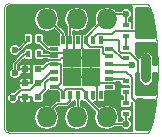
<source format=gbl>
G04 #@! TF.FileFunction,Copper,L2,Bot,Signal*
%FSLAX46Y46*%
G04 Gerber Fmt 4.6, Leading zero omitted, Abs format (unit mm)*
G04 Created by KiCad (PCBNEW 4.0.7) date Fri Feb  2 17:45:02 2018*
%MOMM*%
%LPD*%
G01*
G04 APERTURE LIST*
%ADD10C,0.350000*%
%ADD11C,0.050000*%
%ADD12R,1.727200X2.032000*%
%ADD13O,1.727200X1.727200*%
%ADD14R,0.600000X0.400000*%
%ADD15R,0.600000X0.500000*%
%ADD16R,0.400000X0.600000*%
%ADD17R,0.750000X0.300000*%
%ADD18R,0.300000X0.750000*%
%ADD19R,1.600000X1.600000*%
%ADD20C,0.600000*%
%ADD21C,0.127000*%
%ADD22C,0.254000*%
%ADD23C,0.300000*%
%ADD24O,0.799999X2.499999*%
G04 APERTURE END LIST*
D10*
D11*
X17450000Y-18000000D02*
G75*
G03X17000000Y-18470000I10000J-460000D01*
G01*
X17000000Y-28550000D02*
G75*
G03X17470000Y-29000000I460000J10000D01*
G01*
X17000000Y-18480000D02*
X17000000Y-28530000D01*
X29000000Y-18000000D02*
X17460000Y-18000000D01*
X17460000Y-29000000D02*
X29000000Y-29000000D01*
X30000000Y-23500000D02*
X30000000Y-23370000D01*
X30000000Y-23370000D02*
X30000000Y-23230000D01*
X30000000Y-23230000D02*
X30000000Y-23100000D01*
X30000000Y-23100000D02*
X30000000Y-22960000D01*
X30000000Y-22960000D02*
X29990000Y-22830000D01*
X29990000Y-22830000D02*
X29990000Y-22690000D01*
X29990000Y-22690000D02*
X29990000Y-22560000D01*
X29990000Y-22560000D02*
X29980000Y-22430000D01*
X29980000Y-22430000D02*
X29980000Y-22290000D01*
X29980000Y-22290000D02*
X29970000Y-22160000D01*
X29970000Y-22160000D02*
X29960000Y-22030000D01*
X29960000Y-22030000D02*
X29960000Y-21900000D01*
X29960000Y-21900000D02*
X29950000Y-21770000D01*
X29950000Y-21770000D02*
X29940000Y-21650000D01*
X29940000Y-21650000D02*
X29930000Y-21520000D01*
X29930000Y-21520000D02*
X29920000Y-21400000D01*
X29920000Y-21400000D02*
X29910000Y-21270000D01*
X29910000Y-21270000D02*
X29900000Y-21150000D01*
X29900000Y-21150000D02*
X29890000Y-21030000D01*
X29890000Y-21030000D02*
X29880000Y-20910000D01*
X29880000Y-20910000D02*
X29870000Y-20790000D01*
X29870000Y-20790000D02*
X29860000Y-20670000D01*
X29860000Y-20670000D02*
X29840000Y-20560000D01*
X29840000Y-20560000D02*
X29830000Y-20440000D01*
X29830000Y-20440000D02*
X29820000Y-20330000D01*
X29820000Y-20330000D02*
X29800000Y-20220000D01*
X29800000Y-20220000D02*
X29790000Y-20120000D01*
X29790000Y-20120000D02*
X29770000Y-20010000D01*
X29770000Y-20010000D02*
X29760000Y-19910000D01*
X29760000Y-19910000D02*
X29740000Y-19810000D01*
X29740000Y-19810000D02*
X29720000Y-19710000D01*
X29720000Y-19710000D02*
X29710000Y-19610000D01*
X29710000Y-19610000D02*
X29690000Y-19520000D01*
X29690000Y-19520000D02*
X29670000Y-19420000D01*
X29670000Y-19420000D02*
X29650000Y-19340000D01*
X29650000Y-19340000D02*
X29630000Y-19250000D01*
X29630000Y-19250000D02*
X29620000Y-19160000D01*
X29620000Y-19160000D02*
X29600000Y-19080000D01*
X29600000Y-19080000D02*
X29580000Y-19000000D01*
X29580000Y-19000000D02*
X29560000Y-18930000D01*
X29560000Y-18930000D02*
X29530000Y-18850000D01*
X29530000Y-18850000D02*
X29510000Y-18780000D01*
X29510000Y-18780000D02*
X29490000Y-18710000D01*
X29490000Y-18710000D02*
X29470000Y-18650000D01*
X29470000Y-18650000D02*
X29450000Y-18590000D01*
X29450000Y-18590000D02*
X29430000Y-18530000D01*
X29430000Y-18530000D02*
X29410000Y-18470000D01*
X29410000Y-18470000D02*
X29380000Y-18420000D01*
X29380000Y-18420000D02*
X29360000Y-18370000D01*
X29360000Y-18370000D02*
X29340000Y-18320000D01*
X29340000Y-18320000D02*
X29310000Y-18280000D01*
X29310000Y-18280000D02*
X29290000Y-18240000D01*
X29290000Y-18240000D02*
X29270000Y-18200000D01*
X29270000Y-18200000D02*
X29240000Y-18160000D01*
X29240000Y-18160000D02*
X29220000Y-18130000D01*
X29220000Y-18130000D02*
X29200000Y-18110000D01*
X29200000Y-18110000D02*
X29170000Y-18080000D01*
X29170000Y-18080000D02*
X29150000Y-18060000D01*
X29150000Y-18060000D02*
X29120000Y-18040000D01*
X29120000Y-18040000D02*
X29100000Y-18030000D01*
X29100000Y-18030000D02*
X29070000Y-18010000D01*
X29070000Y-18010000D02*
X29050000Y-18010000D01*
X29050000Y-18010000D02*
X29020000Y-18000000D01*
X29020000Y-18000000D02*
X29000000Y-18000000D01*
X29000000Y-29000000D02*
X29020000Y-29000000D01*
X29020000Y-29000000D02*
X29050000Y-28990000D01*
X29050000Y-28990000D02*
X29070000Y-28990000D01*
X29070000Y-28990000D02*
X29100000Y-28970000D01*
X29100000Y-28970000D02*
X29120000Y-28960000D01*
X29120000Y-28960000D02*
X29150000Y-28940000D01*
X29150000Y-28940000D02*
X29170000Y-28920000D01*
X29170000Y-28920000D02*
X29200000Y-28890000D01*
X29200000Y-28890000D02*
X29220000Y-28870000D01*
X29220000Y-28870000D02*
X29240000Y-28840000D01*
X29240000Y-28840000D02*
X29270000Y-28800000D01*
X29270000Y-28800000D02*
X29290000Y-28760000D01*
X29290000Y-28760000D02*
X29310000Y-28720000D01*
X29310000Y-28720000D02*
X29340000Y-28680000D01*
X29340000Y-28680000D02*
X29360000Y-28630000D01*
X29360000Y-28630000D02*
X29380000Y-28580000D01*
X29380000Y-28580000D02*
X29410000Y-28530000D01*
X29410000Y-28530000D02*
X29430000Y-28470000D01*
X29430000Y-28470000D02*
X29450000Y-28410000D01*
X29450000Y-28410000D02*
X29470000Y-28350000D01*
X29470000Y-28350000D02*
X29490000Y-28290000D01*
X29490000Y-28290000D02*
X29510000Y-28220000D01*
X29510000Y-28220000D02*
X29530000Y-28150000D01*
X29530000Y-28150000D02*
X29560000Y-28070000D01*
X29560000Y-28070000D02*
X29580000Y-28000000D01*
X29580000Y-28000000D02*
X29600000Y-27920000D01*
X29600000Y-27920000D02*
X29620000Y-27840000D01*
X29620000Y-27840000D02*
X29630000Y-27750000D01*
X29630000Y-27750000D02*
X29650000Y-27660000D01*
X29650000Y-27660000D02*
X29670000Y-27580000D01*
X29670000Y-27580000D02*
X29690000Y-27480000D01*
X29690000Y-27480000D02*
X29710000Y-27390000D01*
X29710000Y-27390000D02*
X29720000Y-27290000D01*
X29720000Y-27290000D02*
X29740000Y-27190000D01*
X29740000Y-27190000D02*
X29760000Y-27090000D01*
X29760000Y-27090000D02*
X29770000Y-26990000D01*
X29770000Y-26990000D02*
X29790000Y-26880000D01*
X29790000Y-26880000D02*
X29800000Y-26780000D01*
X29800000Y-26780000D02*
X29820000Y-26670000D01*
X29820000Y-26670000D02*
X29830000Y-26560000D01*
X29830000Y-26560000D02*
X29840000Y-26440000D01*
X29840000Y-26440000D02*
X29860000Y-26330000D01*
X29860000Y-26330000D02*
X29870000Y-26210000D01*
X29870000Y-26210000D02*
X29880000Y-26090000D01*
X29880000Y-26090000D02*
X29890000Y-25970000D01*
X29890000Y-25970000D02*
X29900000Y-25850000D01*
X29900000Y-25850000D02*
X29910000Y-25730000D01*
X29910000Y-25730000D02*
X29920000Y-25600000D01*
X29920000Y-25600000D02*
X29930000Y-25480000D01*
X29930000Y-25480000D02*
X29940000Y-25350000D01*
X29940000Y-25350000D02*
X29950000Y-25230000D01*
X29950000Y-25230000D02*
X29960000Y-25100000D01*
X29960000Y-25100000D02*
X29960000Y-24970000D01*
X29960000Y-24970000D02*
X29970000Y-24840000D01*
X29970000Y-24840000D02*
X29980000Y-24710000D01*
X29980000Y-24710000D02*
X29980000Y-24570000D01*
X29980000Y-24570000D02*
X29990000Y-24440000D01*
X29990000Y-24440000D02*
X29990000Y-24310000D01*
X29990000Y-24310000D02*
X29990000Y-24170000D01*
X29990000Y-24170000D02*
X30000000Y-24040000D01*
X30000000Y-24040000D02*
X30000000Y-23900000D01*
X30000000Y-23900000D02*
X30000000Y-23770000D01*
X30000000Y-23770000D02*
X30000000Y-23630000D01*
X30000000Y-23630000D02*
X30000000Y-23500000D01*
D12*
X18060000Y-27650000D03*
D13*
X20600000Y-27650000D03*
X23140000Y-27650000D03*
X25680000Y-27650000D03*
D14*
X27300000Y-25450000D03*
X27300000Y-24550000D03*
X27300000Y-20750000D03*
X27300000Y-19850000D03*
D15*
X18775000Y-25950000D03*
X19875000Y-25950000D03*
X19875000Y-23550000D03*
X18775000Y-23550000D03*
X19875000Y-24750000D03*
X18775000Y-24750000D03*
D14*
X27300000Y-26450000D03*
X27300000Y-27350000D03*
X27300000Y-22650000D03*
X27300000Y-21750000D03*
D16*
X19050000Y-22300000D03*
X19950000Y-22300000D03*
X19050000Y-21000000D03*
X19950000Y-21000000D03*
D12*
X18070000Y-19350000D03*
D13*
X20610000Y-19350000D03*
X23150000Y-19350000D03*
X25690000Y-19350000D03*
D17*
X25900000Y-21825000D03*
X25900000Y-22475000D03*
X25900000Y-23125000D03*
X25900000Y-23775000D03*
X25900000Y-24425000D03*
X25900000Y-25075000D03*
D18*
X25200000Y-25775000D03*
X24550000Y-25775000D03*
X23900000Y-25775000D03*
X23250000Y-25775000D03*
X22600000Y-25775000D03*
X21950000Y-25775000D03*
D17*
X21250000Y-25075000D03*
X21250000Y-24425000D03*
X21250000Y-23775000D03*
X21250000Y-23125000D03*
X21250000Y-22475000D03*
X21250000Y-21825000D03*
D18*
X21950000Y-21125000D03*
X22600000Y-21125000D03*
X23250000Y-21125000D03*
X23900000Y-21125000D03*
X24550000Y-21125000D03*
X25200000Y-21125000D03*
D19*
X22775000Y-24250000D03*
X22775000Y-22650000D03*
X24375000Y-24250000D03*
X24375000Y-22650000D03*
D14*
X28500000Y-20550000D03*
X28500000Y-21450000D03*
X28500000Y-25300000D03*
X28500000Y-26200000D03*
D20*
X17750010Y-21000000D03*
X21879999Y-18520000D03*
X24670000Y-18520000D03*
X27299986Y-18900000D03*
X27299992Y-28200000D03*
X17750000Y-26000000D03*
X17900000Y-21925000D03*
X17900000Y-23925000D03*
X28300000Y-21775000D03*
X27809490Y-23222085D03*
X28300000Y-26500000D03*
X28300000Y-20450000D03*
X28300000Y-25250000D03*
D21*
X17400000Y-23550000D02*
X17400000Y-24750000D01*
X17400000Y-24750000D02*
X17400000Y-25624056D01*
X18700000Y-24750000D02*
X18273000Y-24750000D01*
X18273000Y-24750000D02*
X17400000Y-24750000D01*
X18700000Y-23550000D02*
X18700000Y-24750000D01*
X22775000Y-22650000D02*
X22283799Y-22158799D01*
X22283799Y-22158799D02*
X20558799Y-22158799D01*
X20525000Y-22800000D02*
X21698000Y-22800000D01*
X21698000Y-22800000D02*
X20600000Y-22800000D01*
X22775000Y-22650000D02*
X21848000Y-22650000D01*
X21848000Y-22650000D02*
X21698000Y-22800000D01*
X23037919Y-20500000D02*
X23170000Y-20500000D01*
X22920000Y-20617919D02*
X23037919Y-20500000D01*
X22920000Y-20617919D02*
X22920000Y-22094899D01*
X22775000Y-22650000D02*
X22775000Y-22275000D01*
X22710000Y-22210000D02*
X22280000Y-22210000D01*
X22775000Y-22275000D02*
X22710000Y-22210000D01*
X22280000Y-22210000D02*
X22280000Y-20230000D01*
X22280000Y-20230000D02*
X21879999Y-19829999D01*
X21879999Y-19829999D02*
X21879999Y-18520000D01*
X17259498Y-26235442D02*
X17400000Y-26375944D01*
X17400000Y-27250000D02*
X17400000Y-28500000D01*
X17259498Y-25764558D02*
X17259498Y-26235442D01*
X17400000Y-25624056D02*
X17259498Y-25764558D01*
X17400000Y-26375944D02*
X17400000Y-27250000D01*
X17450011Y-21299999D02*
X17750010Y-21000000D01*
X17400000Y-21350010D02*
X17450011Y-21299999D01*
X17400000Y-23550000D02*
X17400000Y-21350010D01*
X22915101Y-22094899D02*
X22775000Y-22235000D01*
X22775000Y-22235000D02*
X22775000Y-22650000D01*
X24375000Y-22650000D02*
X24375000Y-22545000D01*
X24375000Y-22545000D02*
X23580000Y-21750000D01*
X23580000Y-21750000D02*
X23580000Y-20570000D01*
X23580000Y-20570000D02*
X24661299Y-19488701D01*
X24661299Y-19488701D02*
X24661299Y-18528701D01*
X24661299Y-18528701D02*
X24670000Y-18520000D01*
X26550000Y-24902818D02*
X26407081Y-24759899D01*
X26407081Y-24759899D02*
X24884899Y-24759899D01*
X24884899Y-24759899D02*
X24375000Y-24250000D01*
X26550000Y-25460000D02*
X26550000Y-24902818D01*
X24375000Y-24595000D02*
X24870000Y-25090000D01*
X24375000Y-24250000D02*
X24375000Y-24595000D01*
X22775000Y-22650000D02*
X24375000Y-22650000D01*
X22775000Y-22650000D02*
X22775000Y-22365000D01*
X20242902Y-26400000D02*
X20600000Y-26042902D01*
X19057600Y-26400000D02*
X20242902Y-26400000D01*
X17960000Y-27650000D02*
X17960000Y-27497600D01*
X17960000Y-27497600D02*
X19057600Y-26400000D01*
X18700000Y-25950000D02*
X18700000Y-27160000D01*
X18700000Y-27160000D02*
X17960000Y-27900000D01*
X24870000Y-25090000D02*
X24870000Y-26350000D01*
X24870000Y-26350000D02*
X24950000Y-26430000D01*
X25580000Y-26430000D02*
X26550000Y-25460000D01*
X24950000Y-26430000D02*
X25580000Y-26430000D01*
X21250000Y-25075000D02*
X21475000Y-25075000D01*
X21475000Y-25075000D02*
X21800000Y-24750000D01*
X21800000Y-24750000D02*
X21800000Y-23198400D01*
X21800000Y-23198400D02*
X21726600Y-23125000D01*
X21726600Y-23125000D02*
X21250000Y-23125000D01*
X21250000Y-25075000D02*
X21495000Y-25075000D01*
X25300000Y-19500000D02*
X25900000Y-18900000D01*
X25900000Y-18900000D02*
X27299986Y-18900000D01*
X27300000Y-19850000D02*
X27300000Y-18900014D01*
X23900000Y-21125000D02*
X23900000Y-20900000D01*
X23900000Y-20900000D02*
X25300000Y-19500000D01*
X27300000Y-18900014D02*
X27299986Y-18900000D01*
X26100000Y-28200000D02*
X26875728Y-28200000D01*
X23900000Y-26000000D02*
X26100000Y-28200000D01*
X26875728Y-28200000D02*
X27299992Y-28200000D01*
X23900000Y-25775000D02*
X23900000Y-26000000D01*
X27300000Y-27350000D02*
X27300000Y-28199992D01*
X27300000Y-28199992D02*
X27299992Y-28200000D01*
X25359899Y-22159899D02*
X25675000Y-22475000D01*
X19800000Y-23550000D02*
X20250000Y-23550000D01*
X20250000Y-23550000D02*
X20675000Y-23125000D01*
X20675000Y-23125000D02*
X20773400Y-23125000D01*
X20773400Y-23125000D02*
X21250000Y-23125000D01*
X23900000Y-25898400D02*
X23900000Y-25775000D01*
X21950000Y-26000000D02*
X21950000Y-25775000D01*
X21950000Y-25775000D02*
X21950000Y-25525000D01*
X21950000Y-25525000D02*
X21500000Y-25075000D01*
X21500000Y-25075000D02*
X21250000Y-25075000D01*
X23900000Y-25550000D02*
X23900000Y-25775000D01*
X23900000Y-21125000D02*
X23900000Y-21350000D01*
X23900000Y-21350000D02*
X24234899Y-21684899D01*
X24234899Y-21684899D02*
X25307081Y-21684899D01*
X25307081Y-21684899D02*
X25359899Y-21737717D01*
X25359899Y-21737717D02*
X25359899Y-22159899D01*
X25675000Y-22475000D02*
X25900000Y-22475000D01*
X21950000Y-25550000D02*
X22275000Y-25225000D01*
X23575000Y-25225000D02*
X23900000Y-25550000D01*
X22275000Y-25225000D02*
X23575000Y-25225000D01*
X21250000Y-23775000D02*
X20975000Y-23775000D01*
X20975000Y-23775000D02*
X20000000Y-24750000D01*
X20000000Y-24750000D02*
X19800000Y-24750000D01*
X18049999Y-25700001D02*
X17750000Y-26000000D01*
X19150000Y-25350000D02*
X18400000Y-25350000D01*
X19750000Y-24750000D02*
X19150000Y-25350000D01*
X19800000Y-24750000D02*
X19750000Y-24750000D01*
X18400000Y-25350000D02*
X18049999Y-25700001D01*
X19900000Y-24900000D02*
X19850000Y-24900000D01*
X27300000Y-21750000D02*
X27300000Y-20700000D01*
X27300000Y-25450000D02*
X27300000Y-26450000D01*
X22600000Y-21125000D02*
X22600000Y-19725000D01*
X22600000Y-19725000D02*
X23075000Y-19250000D01*
X20535000Y-19250000D02*
X20650000Y-19250000D01*
X20650000Y-19250000D02*
X21950000Y-20550000D01*
X21950000Y-20550000D02*
X21950000Y-20648400D01*
X21950000Y-20648400D02*
X21950000Y-21125000D01*
X18225000Y-21925000D02*
X17900000Y-21925000D01*
X19050000Y-21100000D02*
X18225000Y-21925000D01*
X19050000Y-21000000D02*
X19050000Y-21100000D01*
X19050000Y-22300000D02*
X18725000Y-22300000D01*
X18725000Y-22300000D02*
X17900000Y-23125000D01*
X17900000Y-23125000D02*
X17900000Y-23925000D01*
X17900000Y-23123000D02*
X17900000Y-23925000D01*
X21250000Y-24425000D02*
X20825000Y-24425000D01*
X20825000Y-24425000D02*
X20500000Y-24750000D01*
X20500000Y-24750000D02*
X20500000Y-25250000D01*
X20500000Y-25250000D02*
X19800000Y-25950000D01*
X27300000Y-22650000D02*
X26950000Y-22650000D01*
X26950000Y-22650000D02*
X26125000Y-21825000D01*
X26125000Y-21825000D02*
X25900000Y-21825000D01*
X25900000Y-24425000D02*
X27175000Y-24425000D01*
X27175000Y-24425000D02*
X27300000Y-24550000D01*
X21250000Y-21825000D02*
X20675000Y-21825000D01*
X20675000Y-21825000D02*
X19950000Y-21100000D01*
X19950000Y-21100000D02*
X19950000Y-21000000D01*
X21250000Y-21825000D02*
X20925000Y-21825000D01*
X21250000Y-22475000D02*
X20125000Y-22475000D01*
X20125000Y-22475000D02*
X19950000Y-22300000D01*
X28300000Y-21700000D02*
X28300000Y-21775000D01*
X28500000Y-21500000D02*
X28300000Y-21700000D01*
X27385226Y-23222085D02*
X27809490Y-23222085D01*
X25900000Y-23100000D02*
X26022085Y-23222085D01*
X26022085Y-23222085D02*
X27385226Y-23222085D01*
X25900000Y-23775000D02*
X27350000Y-23775000D01*
X27350000Y-23775000D02*
X27790501Y-24215501D01*
X27790501Y-24215501D02*
X27790501Y-25990501D01*
X27790501Y-25990501D02*
X28000001Y-26200001D01*
X28000001Y-26200001D02*
X28300000Y-26500000D01*
X28750000Y-26500000D02*
X28724264Y-26500000D01*
X28724264Y-26500000D02*
X28300000Y-26500000D01*
X29000000Y-26250000D02*
X28750000Y-26500000D01*
X24550000Y-21125000D02*
X24550000Y-20900000D01*
X24550000Y-20900000D02*
X24890501Y-20559499D01*
X24890501Y-20559499D02*
X26165501Y-20559499D01*
X26165501Y-20559499D02*
X26425000Y-20300000D01*
X26425000Y-20300000D02*
X28125000Y-20300000D01*
X28125000Y-20300000D02*
X28275000Y-20450000D01*
X28275000Y-20450000D02*
X28300000Y-20450000D01*
X28425000Y-20575000D02*
X28300000Y-20450000D01*
X28649264Y-20575000D02*
X28425000Y-20575000D01*
X29150000Y-20500000D02*
X29075000Y-20575000D01*
X29075000Y-20575000D02*
X28649264Y-20575000D01*
X29150000Y-20600000D02*
X29125000Y-20575000D01*
X29125000Y-20575000D02*
X28649264Y-20575000D01*
X28724264Y-25250000D02*
X28300000Y-25250000D01*
X29050000Y-25250000D02*
X28724264Y-25250000D01*
X29150000Y-25350000D02*
X29050000Y-25250000D01*
X28300000Y-22850000D02*
X28300000Y-24825736D01*
X27650000Y-22200000D02*
X28300000Y-22850000D01*
X26907098Y-22200000D02*
X27650000Y-22200000D01*
X26750000Y-21200000D02*
X26750000Y-22042902D01*
X26750000Y-22042902D02*
X26907098Y-22200000D01*
X26675000Y-21125000D02*
X26750000Y-21200000D01*
X25200000Y-21125000D02*
X26675000Y-21125000D01*
X28300000Y-24825736D02*
X28300000Y-25250000D01*
X22600000Y-25775000D02*
X22600000Y-26251600D01*
X22600000Y-26251600D02*
X22319200Y-26532400D01*
X22319200Y-26532400D02*
X21465200Y-26532400D01*
X21465200Y-26532400D02*
X20500000Y-27497600D01*
X20500000Y-27497600D02*
X20500000Y-27650000D01*
X20500000Y-27802400D02*
X20500000Y-27650000D01*
X20500000Y-27747600D02*
X20500000Y-27900000D01*
X23250000Y-25775000D02*
X23250000Y-27440000D01*
X23250000Y-27440000D02*
X23040000Y-27650000D01*
X24550000Y-25775000D02*
X24550000Y-26050000D01*
G36*
X27806500Y-18250000D02*
X27806500Y-20043000D01*
X27797290Y-20043000D01*
X27797290Y-19650000D01*
X27783798Y-19578293D01*
X27741419Y-19512435D01*
X27676757Y-19468254D01*
X27600000Y-19452710D01*
X27557000Y-19452710D01*
X27557000Y-19327772D01*
X27579166Y-19318613D01*
X27718111Y-19179910D01*
X27793400Y-18998594D01*
X27793571Y-18802267D01*
X27718599Y-18620820D01*
X27579896Y-18481875D01*
X27398580Y-18406586D01*
X27202253Y-18406415D01*
X27020806Y-18481387D01*
X26881861Y-18620090D01*
X26872348Y-18643000D01*
X26478371Y-18643000D01*
X26437483Y-18581807D01*
X26094535Y-18352657D01*
X25690000Y-18272190D01*
X25285465Y-18352657D01*
X24942517Y-18581807D01*
X24713367Y-18924755D01*
X24632900Y-19329290D01*
X24632900Y-19370710D01*
X24704729Y-19731819D01*
X23883838Y-20552710D01*
X23750000Y-20552710D01*
X23678293Y-20566202D01*
X23612435Y-20608581D01*
X23574585Y-20663976D01*
X23541419Y-20612435D01*
X23476757Y-20568254D01*
X23400000Y-20552710D01*
X23100000Y-20552710D01*
X23028293Y-20566202D01*
X22962435Y-20608581D01*
X22924585Y-20663976D01*
X22891419Y-20612435D01*
X22857000Y-20588918D01*
X22857000Y-20369529D01*
X23150000Y-20427810D01*
X23554535Y-20347343D01*
X23897483Y-20118193D01*
X24126633Y-19775245D01*
X24207100Y-19370710D01*
X24207100Y-19329290D01*
X24126633Y-18924755D01*
X23897483Y-18581807D01*
X23554535Y-18352657D01*
X23150000Y-18272190D01*
X22745465Y-18352657D01*
X22402517Y-18581807D01*
X22173367Y-18924755D01*
X22092900Y-19329290D01*
X22092900Y-19370710D01*
X22173367Y-19775245D01*
X22343000Y-20029119D01*
X22343000Y-20588913D01*
X22312435Y-20608581D01*
X22274585Y-20663976D01*
X22241419Y-20612435D01*
X22207000Y-20588918D01*
X22207000Y-20550000D01*
X22206549Y-20547733D01*
X22187438Y-20451651D01*
X22131727Y-20368274D01*
X21567433Y-19803980D01*
X21586633Y-19775245D01*
X21667100Y-19370710D01*
X21667100Y-19329290D01*
X21586633Y-18924755D01*
X21357483Y-18581807D01*
X21014535Y-18352657D01*
X20610000Y-18272190D01*
X20205465Y-18352657D01*
X19862517Y-18581807D01*
X19633367Y-18924755D01*
X19552900Y-19329290D01*
X19552900Y-19370710D01*
X19633367Y-19775245D01*
X19862517Y-20118193D01*
X20205465Y-20347343D01*
X20610000Y-20427810D01*
X21014535Y-20347343D01*
X21235948Y-20199400D01*
X21655410Y-20618863D01*
X21618254Y-20673243D01*
X21602710Y-20750000D01*
X21602710Y-21477710D01*
X20875000Y-21477710D01*
X20803293Y-21491202D01*
X20743276Y-21529823D01*
X20347290Y-21133838D01*
X20347290Y-20700000D01*
X20333798Y-20628293D01*
X20291419Y-20562435D01*
X20226757Y-20518254D01*
X20150000Y-20502710D01*
X19750000Y-20502710D01*
X19678293Y-20516202D01*
X19612435Y-20558581D01*
X19568254Y-20623243D01*
X19552710Y-20700000D01*
X19552710Y-21300000D01*
X19566202Y-21371707D01*
X19608581Y-21437565D01*
X19673243Y-21481746D01*
X19750000Y-21497290D01*
X19983838Y-21497290D01*
X20493274Y-22006727D01*
X20543255Y-22040122D01*
X20576650Y-22062437D01*
X20675000Y-22082000D01*
X20713913Y-22082000D01*
X20733581Y-22112565D01*
X20788976Y-22150415D01*
X20737435Y-22183581D01*
X20713918Y-22218000D01*
X20347290Y-22218000D01*
X20347290Y-22000000D01*
X20333798Y-21928293D01*
X20291419Y-21862435D01*
X20226757Y-21818254D01*
X20150000Y-21802710D01*
X19750000Y-21802710D01*
X19678293Y-21816202D01*
X19612435Y-21858581D01*
X19568254Y-21923243D01*
X19552710Y-22000000D01*
X19552710Y-22600000D01*
X19566202Y-22671707D01*
X19608581Y-22737565D01*
X19673243Y-22781746D01*
X19750000Y-22797290D01*
X20150000Y-22797290D01*
X20221707Y-22783798D01*
X20287565Y-22741419D01*
X20294001Y-22732000D01*
X20713913Y-22732000D01*
X20733581Y-22762565D01*
X20788976Y-22800415D01*
X20737435Y-22833581D01*
X20713918Y-22868000D01*
X20675000Y-22868000D01*
X20576650Y-22887563D01*
X20547561Y-22907000D01*
X20493274Y-22943273D01*
X20323123Y-23113425D01*
X20229538Y-23113754D01*
X20175000Y-23102710D01*
X19575000Y-23102710D01*
X19503293Y-23116202D01*
X19503122Y-23116312D01*
X19449776Y-23116500D01*
X19426920Y-23120843D01*
X19405723Y-23134483D01*
X19391503Y-23155295D01*
X19386500Y-23180000D01*
X19386500Y-23256595D01*
X19377710Y-23300000D01*
X19377710Y-23800000D01*
X19386500Y-23846717D01*
X19386500Y-24456595D01*
X19377710Y-24500000D01*
X19377710Y-24758837D01*
X19375047Y-24761500D01*
X19228875Y-24761500D01*
X19217875Y-24750500D01*
X18775500Y-24750500D01*
X18775500Y-24770500D01*
X18774500Y-24770500D01*
X18774500Y-24750500D01*
X18332125Y-24750500D01*
X18284500Y-24798125D01*
X18284500Y-25037893D01*
X18313502Y-25107909D01*
X18315417Y-25109824D01*
X18301650Y-25112563D01*
X18259962Y-25140418D01*
X18218273Y-25168274D01*
X17870758Y-25515790D01*
X17848594Y-25506586D01*
X17652267Y-25506415D01*
X17470820Y-25581387D01*
X17331875Y-25720090D01*
X17256586Y-25901406D01*
X17256415Y-26097733D01*
X17331387Y-26279180D01*
X17470090Y-26418125D01*
X17651406Y-26493414D01*
X17847733Y-26493585D01*
X18029180Y-26418613D01*
X18168125Y-26279910D01*
X18243414Y-26098594D01*
X18243501Y-25998125D01*
X18284500Y-25998125D01*
X18284500Y-26237893D01*
X18313502Y-26307909D01*
X18367090Y-26361498D01*
X18437107Y-26390500D01*
X18726875Y-26390500D01*
X18774500Y-26342875D01*
X18774500Y-25950500D01*
X18775500Y-25950500D01*
X18775500Y-26342875D01*
X18823125Y-26390500D01*
X19112893Y-26390500D01*
X19182910Y-26361498D01*
X19236498Y-26307909D01*
X19265500Y-26237893D01*
X19265500Y-25998125D01*
X19217875Y-25950500D01*
X18775500Y-25950500D01*
X18774500Y-25950500D01*
X18332125Y-25950500D01*
X18284500Y-25998125D01*
X18243501Y-25998125D01*
X18243585Y-25902267D01*
X18234112Y-25879340D01*
X18284500Y-25828952D01*
X18284500Y-25901875D01*
X18332125Y-25949500D01*
X18774500Y-25949500D01*
X18774500Y-25929500D01*
X18775500Y-25929500D01*
X18775500Y-25949500D01*
X19217875Y-25949500D01*
X19223875Y-25943500D01*
X19377710Y-25943500D01*
X19377710Y-26200000D01*
X19391202Y-26271707D01*
X19433581Y-26337565D01*
X19498243Y-26381746D01*
X19575000Y-26397290D01*
X20175000Y-26397290D01*
X20246707Y-26383798D01*
X20312565Y-26341419D01*
X20356746Y-26276757D01*
X20372290Y-26200000D01*
X20372290Y-25741163D01*
X20681726Y-25431727D01*
X20730813Y-25358263D01*
X20733581Y-25362565D01*
X20798243Y-25406746D01*
X20875000Y-25422290D01*
X21483838Y-25422290D01*
X21602710Y-25541163D01*
X21602710Y-26150000D01*
X21616202Y-26221707D01*
X21650753Y-26275400D01*
X21465200Y-26275400D01*
X21366850Y-26294963D01*
X21303093Y-26337565D01*
X21283474Y-26350674D01*
X20985314Y-26648834D01*
X20600000Y-26572190D01*
X20195465Y-26652657D01*
X19852517Y-26881807D01*
X19623367Y-27224755D01*
X19542900Y-27629290D01*
X19542900Y-27670710D01*
X19623367Y-28075245D01*
X19852517Y-28418193D01*
X20195465Y-28647343D01*
X20600000Y-28727810D01*
X21004535Y-28647343D01*
X21347483Y-28418193D01*
X21576633Y-28075245D01*
X21657100Y-27670710D01*
X21657100Y-27629290D01*
X21576633Y-27224755D01*
X21400259Y-26960793D01*
X21571652Y-26789400D01*
X22319200Y-26789400D01*
X22417550Y-26769837D01*
X22500926Y-26714126D01*
X22781726Y-26433327D01*
X22821743Y-26373437D01*
X22837437Y-26349950D01*
X22843430Y-26319819D01*
X22887565Y-26291419D01*
X22925415Y-26236024D01*
X22958581Y-26287565D01*
X22993000Y-26311082D01*
X22993000Y-26601430D01*
X22735465Y-26652657D01*
X22392517Y-26881807D01*
X22163367Y-27224755D01*
X22082900Y-27629290D01*
X22082900Y-27670710D01*
X22163367Y-28075245D01*
X22392517Y-28418193D01*
X22735465Y-28647343D01*
X23140000Y-28727810D01*
X23544535Y-28647343D01*
X23887483Y-28418193D01*
X24116633Y-28075245D01*
X24197100Y-27670710D01*
X24197100Y-27629290D01*
X24116633Y-27224755D01*
X23887483Y-26881807D01*
X23544535Y-26652657D01*
X23507000Y-26645191D01*
X23507000Y-26311087D01*
X23537565Y-26291419D01*
X23575415Y-26236024D01*
X23608581Y-26287565D01*
X23673243Y-26331746D01*
X23750000Y-26347290D01*
X23883838Y-26347290D01*
X24726573Y-27190025D01*
X24703367Y-27224755D01*
X24622900Y-27629290D01*
X24622900Y-27670710D01*
X24703367Y-28075245D01*
X24932517Y-28418193D01*
X25275465Y-28647343D01*
X25680000Y-28727810D01*
X26084535Y-28647343D01*
X26369404Y-28457000D01*
X26872214Y-28457000D01*
X26881379Y-28479180D01*
X27020082Y-28618125D01*
X27201398Y-28693414D01*
X27397725Y-28693585D01*
X27579172Y-28618613D01*
X27718117Y-28479910D01*
X27793406Y-28298594D01*
X27793577Y-28102267D01*
X27718605Y-27920820D01*
X27579902Y-27781875D01*
X27557000Y-27772365D01*
X27557000Y-27747290D01*
X27600000Y-27747290D01*
X27671707Y-27733798D01*
X27737565Y-27691419D01*
X27781746Y-27626757D01*
X27797290Y-27550000D01*
X27797290Y-27150000D01*
X27783798Y-27078293D01*
X27741419Y-27012435D01*
X27676757Y-26968254D01*
X27600000Y-26952710D01*
X27000000Y-26952710D01*
X26928293Y-26966202D01*
X26862435Y-27008581D01*
X26818254Y-27073243D01*
X26802710Y-27150000D01*
X26802710Y-27550000D01*
X26816202Y-27621707D01*
X26858581Y-27687565D01*
X26923243Y-27731746D01*
X27000000Y-27747290D01*
X27043000Y-27747290D01*
X27043000Y-27772219D01*
X27020812Y-27781387D01*
X26881867Y-27920090D01*
X26872354Y-27943000D01*
X26682938Y-27943000D01*
X26737100Y-27670710D01*
X26737100Y-27629290D01*
X26656633Y-27224755D01*
X26427483Y-26881807D01*
X26084535Y-26652657D01*
X25680000Y-26572190D01*
X25275465Y-26652657D01*
X25060047Y-26796594D01*
X24610742Y-26347290D01*
X24700000Y-26347290D01*
X24771707Y-26333798D01*
X24837565Y-26291419D01*
X24875415Y-26236024D01*
X24908581Y-26287565D01*
X24973243Y-26331746D01*
X25050000Y-26347290D01*
X25350000Y-26347290D01*
X25421707Y-26333798D01*
X25487565Y-26291419D01*
X25531746Y-26226757D01*
X25547290Y-26150000D01*
X25547290Y-25422290D01*
X26275000Y-25422290D01*
X26346707Y-25408798D01*
X26412565Y-25366419D01*
X26456746Y-25301757D01*
X26472290Y-25225000D01*
X26472290Y-24925000D01*
X26458798Y-24853293D01*
X26416419Y-24787435D01*
X26361024Y-24749585D01*
X26412565Y-24716419D01*
X26436082Y-24682000D01*
X26802710Y-24682000D01*
X26802710Y-24750000D01*
X26816202Y-24821707D01*
X26858581Y-24887565D01*
X26923243Y-24931746D01*
X27000000Y-24947290D01*
X27533501Y-24947290D01*
X27533501Y-25052710D01*
X27000000Y-25052710D01*
X26928293Y-25066202D01*
X26862435Y-25108581D01*
X26818254Y-25173243D01*
X26802710Y-25250000D01*
X26802710Y-25650000D01*
X26816202Y-25721707D01*
X26858581Y-25787565D01*
X26923243Y-25831746D01*
X27000000Y-25847290D01*
X27043000Y-25847290D01*
X27043000Y-26052710D01*
X27000000Y-26052710D01*
X26928293Y-26066202D01*
X26862435Y-26108581D01*
X26818254Y-26173243D01*
X26802710Y-26250000D01*
X26802710Y-26650000D01*
X26816202Y-26721707D01*
X26858581Y-26787565D01*
X26923243Y-26831746D01*
X27000000Y-26847290D01*
X27600000Y-26847290D01*
X27671707Y-26833798D01*
X27737565Y-26791419D01*
X27781746Y-26726757D01*
X27797290Y-26650000D01*
X27797290Y-26360743D01*
X27806500Y-26369953D01*
X27806500Y-26500000D01*
X27806415Y-26597733D01*
X27806500Y-26597939D01*
X27806500Y-28750000D01*
X27812427Y-28781500D01*
X17489123Y-28781500D01*
X17373965Y-28761185D01*
X17295872Y-28711425D01*
X17242763Y-28635564D01*
X17218500Y-28526078D01*
X17218500Y-24462107D01*
X18284500Y-24462107D01*
X18284500Y-24701875D01*
X18332125Y-24749500D01*
X18774500Y-24749500D01*
X18774500Y-24357125D01*
X18775500Y-24357125D01*
X18775500Y-24749500D01*
X19217875Y-24749500D01*
X19265500Y-24701875D01*
X19265500Y-24462107D01*
X19236498Y-24392091D01*
X19182910Y-24338502D01*
X19112893Y-24309500D01*
X18823125Y-24309500D01*
X18775500Y-24357125D01*
X18774500Y-24357125D01*
X18726875Y-24309500D01*
X18437107Y-24309500D01*
X18367090Y-24338502D01*
X18313502Y-24392091D01*
X18284500Y-24462107D01*
X17218500Y-24462107D01*
X17218500Y-24022733D01*
X17406415Y-24022733D01*
X17481387Y-24204180D01*
X17620090Y-24343125D01*
X17801406Y-24418414D01*
X17997733Y-24418585D01*
X18179180Y-24343613D01*
X18318125Y-24204910D01*
X18393414Y-24023594D01*
X18393459Y-23972420D01*
X18437107Y-23990500D01*
X18726875Y-23990500D01*
X18774500Y-23942875D01*
X18774500Y-23550500D01*
X18775500Y-23550500D01*
X18775500Y-23942875D01*
X18823125Y-23990500D01*
X19112893Y-23990500D01*
X19182910Y-23961498D01*
X19236498Y-23907909D01*
X19265500Y-23837893D01*
X19265500Y-23598125D01*
X19217875Y-23550500D01*
X18775500Y-23550500D01*
X18774500Y-23550500D01*
X18332125Y-23550500D01*
X18284500Y-23598125D01*
X18284500Y-23611647D01*
X18179910Y-23506875D01*
X18157000Y-23497362D01*
X18157000Y-23262107D01*
X18284500Y-23262107D01*
X18284500Y-23501875D01*
X18332125Y-23549500D01*
X18774500Y-23549500D01*
X18774500Y-23157125D01*
X18775500Y-23157125D01*
X18775500Y-23549500D01*
X19217875Y-23549500D01*
X19265500Y-23501875D01*
X19265500Y-23262107D01*
X19236498Y-23192091D01*
X19182910Y-23138502D01*
X19112893Y-23109500D01*
X18823125Y-23109500D01*
X18775500Y-23157125D01*
X18774500Y-23157125D01*
X18726875Y-23109500D01*
X18437107Y-23109500D01*
X18367090Y-23138502D01*
X18313502Y-23192091D01*
X18284500Y-23262107D01*
X18157000Y-23262107D01*
X18157000Y-23231452D01*
X18685992Y-22702461D01*
X18708581Y-22737565D01*
X18773243Y-22781746D01*
X18850000Y-22797290D01*
X19250000Y-22797290D01*
X19321707Y-22783798D01*
X19387565Y-22741419D01*
X19431746Y-22676757D01*
X19447290Y-22600000D01*
X19447290Y-22000000D01*
X19433798Y-21928293D01*
X19391419Y-21862435D01*
X19326757Y-21818254D01*
X19250000Y-21802710D01*
X18850000Y-21802710D01*
X18778293Y-21816202D01*
X18712435Y-21858581D01*
X18668254Y-21923243D01*
X18652710Y-22000000D01*
X18652710Y-22057379D01*
X18626650Y-22062563D01*
X18588384Y-22088132D01*
X18543273Y-22118274D01*
X17724302Y-22937246D01*
X17718274Y-22941274D01*
X17662563Y-23024650D01*
X17643000Y-23123000D01*
X17643000Y-23497222D01*
X17620820Y-23506387D01*
X17481875Y-23645090D01*
X17406586Y-23826406D01*
X17406415Y-24022733D01*
X17218500Y-24022733D01*
X17218500Y-22022733D01*
X17406415Y-22022733D01*
X17481387Y-22204180D01*
X17620090Y-22343125D01*
X17801406Y-22418414D01*
X17997733Y-22418585D01*
X18179180Y-22343613D01*
X18318125Y-22204910D01*
X18340527Y-22150959D01*
X18406726Y-22106726D01*
X19016163Y-21497290D01*
X19250000Y-21497290D01*
X19321707Y-21483798D01*
X19387565Y-21441419D01*
X19431746Y-21376757D01*
X19447290Y-21300000D01*
X19447290Y-20700000D01*
X19433798Y-20628293D01*
X19391419Y-20562435D01*
X19326757Y-20518254D01*
X19250000Y-20502710D01*
X18850000Y-20502710D01*
X18778293Y-20516202D01*
X18712435Y-20558581D01*
X18668254Y-20623243D01*
X18652710Y-20700000D01*
X18652710Y-21133837D01*
X18229748Y-21556800D01*
X18179910Y-21506875D01*
X17998594Y-21431586D01*
X17802267Y-21431415D01*
X17620820Y-21506387D01*
X17481875Y-21645090D01*
X17406586Y-21826406D01*
X17406415Y-22022733D01*
X17218500Y-22022733D01*
X17218500Y-18489123D01*
X17238815Y-18373965D01*
X17288577Y-18295870D01*
X17364432Y-18242764D01*
X17473922Y-18218500D01*
X27812879Y-18218500D01*
X27806500Y-18250000D01*
X27806500Y-18250000D01*
G37*
X27806500Y-18250000D02*
X27806500Y-20043000D01*
X27797290Y-20043000D01*
X27797290Y-19650000D01*
X27783798Y-19578293D01*
X27741419Y-19512435D01*
X27676757Y-19468254D01*
X27600000Y-19452710D01*
X27557000Y-19452710D01*
X27557000Y-19327772D01*
X27579166Y-19318613D01*
X27718111Y-19179910D01*
X27793400Y-18998594D01*
X27793571Y-18802267D01*
X27718599Y-18620820D01*
X27579896Y-18481875D01*
X27398580Y-18406586D01*
X27202253Y-18406415D01*
X27020806Y-18481387D01*
X26881861Y-18620090D01*
X26872348Y-18643000D01*
X26478371Y-18643000D01*
X26437483Y-18581807D01*
X26094535Y-18352657D01*
X25690000Y-18272190D01*
X25285465Y-18352657D01*
X24942517Y-18581807D01*
X24713367Y-18924755D01*
X24632900Y-19329290D01*
X24632900Y-19370710D01*
X24704729Y-19731819D01*
X23883838Y-20552710D01*
X23750000Y-20552710D01*
X23678293Y-20566202D01*
X23612435Y-20608581D01*
X23574585Y-20663976D01*
X23541419Y-20612435D01*
X23476757Y-20568254D01*
X23400000Y-20552710D01*
X23100000Y-20552710D01*
X23028293Y-20566202D01*
X22962435Y-20608581D01*
X22924585Y-20663976D01*
X22891419Y-20612435D01*
X22857000Y-20588918D01*
X22857000Y-20369529D01*
X23150000Y-20427810D01*
X23554535Y-20347343D01*
X23897483Y-20118193D01*
X24126633Y-19775245D01*
X24207100Y-19370710D01*
X24207100Y-19329290D01*
X24126633Y-18924755D01*
X23897483Y-18581807D01*
X23554535Y-18352657D01*
X23150000Y-18272190D01*
X22745465Y-18352657D01*
X22402517Y-18581807D01*
X22173367Y-18924755D01*
X22092900Y-19329290D01*
X22092900Y-19370710D01*
X22173367Y-19775245D01*
X22343000Y-20029119D01*
X22343000Y-20588913D01*
X22312435Y-20608581D01*
X22274585Y-20663976D01*
X22241419Y-20612435D01*
X22207000Y-20588918D01*
X22207000Y-20550000D01*
X22206549Y-20547733D01*
X22187438Y-20451651D01*
X22131727Y-20368274D01*
X21567433Y-19803980D01*
X21586633Y-19775245D01*
X21667100Y-19370710D01*
X21667100Y-19329290D01*
X21586633Y-18924755D01*
X21357483Y-18581807D01*
X21014535Y-18352657D01*
X20610000Y-18272190D01*
X20205465Y-18352657D01*
X19862517Y-18581807D01*
X19633367Y-18924755D01*
X19552900Y-19329290D01*
X19552900Y-19370710D01*
X19633367Y-19775245D01*
X19862517Y-20118193D01*
X20205465Y-20347343D01*
X20610000Y-20427810D01*
X21014535Y-20347343D01*
X21235948Y-20199400D01*
X21655410Y-20618863D01*
X21618254Y-20673243D01*
X21602710Y-20750000D01*
X21602710Y-21477710D01*
X20875000Y-21477710D01*
X20803293Y-21491202D01*
X20743276Y-21529823D01*
X20347290Y-21133838D01*
X20347290Y-20700000D01*
X20333798Y-20628293D01*
X20291419Y-20562435D01*
X20226757Y-20518254D01*
X20150000Y-20502710D01*
X19750000Y-20502710D01*
X19678293Y-20516202D01*
X19612435Y-20558581D01*
X19568254Y-20623243D01*
X19552710Y-20700000D01*
X19552710Y-21300000D01*
X19566202Y-21371707D01*
X19608581Y-21437565D01*
X19673243Y-21481746D01*
X19750000Y-21497290D01*
X19983838Y-21497290D01*
X20493274Y-22006727D01*
X20543255Y-22040122D01*
X20576650Y-22062437D01*
X20675000Y-22082000D01*
X20713913Y-22082000D01*
X20733581Y-22112565D01*
X20788976Y-22150415D01*
X20737435Y-22183581D01*
X20713918Y-22218000D01*
X20347290Y-22218000D01*
X20347290Y-22000000D01*
X20333798Y-21928293D01*
X20291419Y-21862435D01*
X20226757Y-21818254D01*
X20150000Y-21802710D01*
X19750000Y-21802710D01*
X19678293Y-21816202D01*
X19612435Y-21858581D01*
X19568254Y-21923243D01*
X19552710Y-22000000D01*
X19552710Y-22600000D01*
X19566202Y-22671707D01*
X19608581Y-22737565D01*
X19673243Y-22781746D01*
X19750000Y-22797290D01*
X20150000Y-22797290D01*
X20221707Y-22783798D01*
X20287565Y-22741419D01*
X20294001Y-22732000D01*
X20713913Y-22732000D01*
X20733581Y-22762565D01*
X20788976Y-22800415D01*
X20737435Y-22833581D01*
X20713918Y-22868000D01*
X20675000Y-22868000D01*
X20576650Y-22887563D01*
X20547561Y-22907000D01*
X20493274Y-22943273D01*
X20323123Y-23113425D01*
X20229538Y-23113754D01*
X20175000Y-23102710D01*
X19575000Y-23102710D01*
X19503293Y-23116202D01*
X19503122Y-23116312D01*
X19449776Y-23116500D01*
X19426920Y-23120843D01*
X19405723Y-23134483D01*
X19391503Y-23155295D01*
X19386500Y-23180000D01*
X19386500Y-23256595D01*
X19377710Y-23300000D01*
X19377710Y-23800000D01*
X19386500Y-23846717D01*
X19386500Y-24456595D01*
X19377710Y-24500000D01*
X19377710Y-24758837D01*
X19375047Y-24761500D01*
X19228875Y-24761500D01*
X19217875Y-24750500D01*
X18775500Y-24750500D01*
X18775500Y-24770500D01*
X18774500Y-24770500D01*
X18774500Y-24750500D01*
X18332125Y-24750500D01*
X18284500Y-24798125D01*
X18284500Y-25037893D01*
X18313502Y-25107909D01*
X18315417Y-25109824D01*
X18301650Y-25112563D01*
X18259962Y-25140418D01*
X18218273Y-25168274D01*
X17870758Y-25515790D01*
X17848594Y-25506586D01*
X17652267Y-25506415D01*
X17470820Y-25581387D01*
X17331875Y-25720090D01*
X17256586Y-25901406D01*
X17256415Y-26097733D01*
X17331387Y-26279180D01*
X17470090Y-26418125D01*
X17651406Y-26493414D01*
X17847733Y-26493585D01*
X18029180Y-26418613D01*
X18168125Y-26279910D01*
X18243414Y-26098594D01*
X18243501Y-25998125D01*
X18284500Y-25998125D01*
X18284500Y-26237893D01*
X18313502Y-26307909D01*
X18367090Y-26361498D01*
X18437107Y-26390500D01*
X18726875Y-26390500D01*
X18774500Y-26342875D01*
X18774500Y-25950500D01*
X18775500Y-25950500D01*
X18775500Y-26342875D01*
X18823125Y-26390500D01*
X19112893Y-26390500D01*
X19182910Y-26361498D01*
X19236498Y-26307909D01*
X19265500Y-26237893D01*
X19265500Y-25998125D01*
X19217875Y-25950500D01*
X18775500Y-25950500D01*
X18774500Y-25950500D01*
X18332125Y-25950500D01*
X18284500Y-25998125D01*
X18243501Y-25998125D01*
X18243585Y-25902267D01*
X18234112Y-25879340D01*
X18284500Y-25828952D01*
X18284500Y-25901875D01*
X18332125Y-25949500D01*
X18774500Y-25949500D01*
X18774500Y-25929500D01*
X18775500Y-25929500D01*
X18775500Y-25949500D01*
X19217875Y-25949500D01*
X19223875Y-25943500D01*
X19377710Y-25943500D01*
X19377710Y-26200000D01*
X19391202Y-26271707D01*
X19433581Y-26337565D01*
X19498243Y-26381746D01*
X19575000Y-26397290D01*
X20175000Y-26397290D01*
X20246707Y-26383798D01*
X20312565Y-26341419D01*
X20356746Y-26276757D01*
X20372290Y-26200000D01*
X20372290Y-25741163D01*
X20681726Y-25431727D01*
X20730813Y-25358263D01*
X20733581Y-25362565D01*
X20798243Y-25406746D01*
X20875000Y-25422290D01*
X21483838Y-25422290D01*
X21602710Y-25541163D01*
X21602710Y-26150000D01*
X21616202Y-26221707D01*
X21650753Y-26275400D01*
X21465200Y-26275400D01*
X21366850Y-26294963D01*
X21303093Y-26337565D01*
X21283474Y-26350674D01*
X20985314Y-26648834D01*
X20600000Y-26572190D01*
X20195465Y-26652657D01*
X19852517Y-26881807D01*
X19623367Y-27224755D01*
X19542900Y-27629290D01*
X19542900Y-27670710D01*
X19623367Y-28075245D01*
X19852517Y-28418193D01*
X20195465Y-28647343D01*
X20600000Y-28727810D01*
X21004535Y-28647343D01*
X21347483Y-28418193D01*
X21576633Y-28075245D01*
X21657100Y-27670710D01*
X21657100Y-27629290D01*
X21576633Y-27224755D01*
X21400259Y-26960793D01*
X21571652Y-26789400D01*
X22319200Y-26789400D01*
X22417550Y-26769837D01*
X22500926Y-26714126D01*
X22781726Y-26433327D01*
X22821743Y-26373437D01*
X22837437Y-26349950D01*
X22843430Y-26319819D01*
X22887565Y-26291419D01*
X22925415Y-26236024D01*
X22958581Y-26287565D01*
X22993000Y-26311082D01*
X22993000Y-26601430D01*
X22735465Y-26652657D01*
X22392517Y-26881807D01*
X22163367Y-27224755D01*
X22082900Y-27629290D01*
X22082900Y-27670710D01*
X22163367Y-28075245D01*
X22392517Y-28418193D01*
X22735465Y-28647343D01*
X23140000Y-28727810D01*
X23544535Y-28647343D01*
X23887483Y-28418193D01*
X24116633Y-28075245D01*
X24197100Y-27670710D01*
X24197100Y-27629290D01*
X24116633Y-27224755D01*
X23887483Y-26881807D01*
X23544535Y-26652657D01*
X23507000Y-26645191D01*
X23507000Y-26311087D01*
X23537565Y-26291419D01*
X23575415Y-26236024D01*
X23608581Y-26287565D01*
X23673243Y-26331746D01*
X23750000Y-26347290D01*
X23883838Y-26347290D01*
X24726573Y-27190025D01*
X24703367Y-27224755D01*
X24622900Y-27629290D01*
X24622900Y-27670710D01*
X24703367Y-28075245D01*
X24932517Y-28418193D01*
X25275465Y-28647343D01*
X25680000Y-28727810D01*
X26084535Y-28647343D01*
X26369404Y-28457000D01*
X26872214Y-28457000D01*
X26881379Y-28479180D01*
X27020082Y-28618125D01*
X27201398Y-28693414D01*
X27397725Y-28693585D01*
X27579172Y-28618613D01*
X27718117Y-28479910D01*
X27793406Y-28298594D01*
X27793577Y-28102267D01*
X27718605Y-27920820D01*
X27579902Y-27781875D01*
X27557000Y-27772365D01*
X27557000Y-27747290D01*
X27600000Y-27747290D01*
X27671707Y-27733798D01*
X27737565Y-27691419D01*
X27781746Y-27626757D01*
X27797290Y-27550000D01*
X27797290Y-27150000D01*
X27783798Y-27078293D01*
X27741419Y-27012435D01*
X27676757Y-26968254D01*
X27600000Y-26952710D01*
X27000000Y-26952710D01*
X26928293Y-26966202D01*
X26862435Y-27008581D01*
X26818254Y-27073243D01*
X26802710Y-27150000D01*
X26802710Y-27550000D01*
X26816202Y-27621707D01*
X26858581Y-27687565D01*
X26923243Y-27731746D01*
X27000000Y-27747290D01*
X27043000Y-27747290D01*
X27043000Y-27772219D01*
X27020812Y-27781387D01*
X26881867Y-27920090D01*
X26872354Y-27943000D01*
X26682938Y-27943000D01*
X26737100Y-27670710D01*
X26737100Y-27629290D01*
X26656633Y-27224755D01*
X26427483Y-26881807D01*
X26084535Y-26652657D01*
X25680000Y-26572190D01*
X25275465Y-26652657D01*
X25060047Y-26796594D01*
X24610742Y-26347290D01*
X24700000Y-26347290D01*
X24771707Y-26333798D01*
X24837565Y-26291419D01*
X24875415Y-26236024D01*
X24908581Y-26287565D01*
X24973243Y-26331746D01*
X25050000Y-26347290D01*
X25350000Y-26347290D01*
X25421707Y-26333798D01*
X25487565Y-26291419D01*
X25531746Y-26226757D01*
X25547290Y-26150000D01*
X25547290Y-25422290D01*
X26275000Y-25422290D01*
X26346707Y-25408798D01*
X26412565Y-25366419D01*
X26456746Y-25301757D01*
X26472290Y-25225000D01*
X26472290Y-24925000D01*
X26458798Y-24853293D01*
X26416419Y-24787435D01*
X26361024Y-24749585D01*
X26412565Y-24716419D01*
X26436082Y-24682000D01*
X26802710Y-24682000D01*
X26802710Y-24750000D01*
X26816202Y-24821707D01*
X26858581Y-24887565D01*
X26923243Y-24931746D01*
X27000000Y-24947290D01*
X27533501Y-24947290D01*
X27533501Y-25052710D01*
X27000000Y-25052710D01*
X26928293Y-25066202D01*
X26862435Y-25108581D01*
X26818254Y-25173243D01*
X26802710Y-25250000D01*
X26802710Y-25650000D01*
X26816202Y-25721707D01*
X26858581Y-25787565D01*
X26923243Y-25831746D01*
X27000000Y-25847290D01*
X27043000Y-25847290D01*
X27043000Y-26052710D01*
X27000000Y-26052710D01*
X26928293Y-26066202D01*
X26862435Y-26108581D01*
X26818254Y-26173243D01*
X26802710Y-26250000D01*
X26802710Y-26650000D01*
X26816202Y-26721707D01*
X26858581Y-26787565D01*
X26923243Y-26831746D01*
X27000000Y-26847290D01*
X27600000Y-26847290D01*
X27671707Y-26833798D01*
X27737565Y-26791419D01*
X27781746Y-26726757D01*
X27797290Y-26650000D01*
X27797290Y-26360743D01*
X27806500Y-26369953D01*
X27806500Y-26500000D01*
X27806415Y-26597733D01*
X27806500Y-26597939D01*
X27806500Y-28750000D01*
X27812427Y-28781500D01*
X17489123Y-28781500D01*
X17373965Y-28761185D01*
X17295872Y-28711425D01*
X17242763Y-28635564D01*
X17218500Y-28526078D01*
X17218500Y-24462107D01*
X18284500Y-24462107D01*
X18284500Y-24701875D01*
X18332125Y-24749500D01*
X18774500Y-24749500D01*
X18774500Y-24357125D01*
X18775500Y-24357125D01*
X18775500Y-24749500D01*
X19217875Y-24749500D01*
X19265500Y-24701875D01*
X19265500Y-24462107D01*
X19236498Y-24392091D01*
X19182910Y-24338502D01*
X19112893Y-24309500D01*
X18823125Y-24309500D01*
X18775500Y-24357125D01*
X18774500Y-24357125D01*
X18726875Y-24309500D01*
X18437107Y-24309500D01*
X18367090Y-24338502D01*
X18313502Y-24392091D01*
X18284500Y-24462107D01*
X17218500Y-24462107D01*
X17218500Y-24022733D01*
X17406415Y-24022733D01*
X17481387Y-24204180D01*
X17620090Y-24343125D01*
X17801406Y-24418414D01*
X17997733Y-24418585D01*
X18179180Y-24343613D01*
X18318125Y-24204910D01*
X18393414Y-24023594D01*
X18393459Y-23972420D01*
X18437107Y-23990500D01*
X18726875Y-23990500D01*
X18774500Y-23942875D01*
X18774500Y-23550500D01*
X18775500Y-23550500D01*
X18775500Y-23942875D01*
X18823125Y-23990500D01*
X19112893Y-23990500D01*
X19182910Y-23961498D01*
X19236498Y-23907909D01*
X19265500Y-23837893D01*
X19265500Y-23598125D01*
X19217875Y-23550500D01*
X18775500Y-23550500D01*
X18774500Y-23550500D01*
X18332125Y-23550500D01*
X18284500Y-23598125D01*
X18284500Y-23611647D01*
X18179910Y-23506875D01*
X18157000Y-23497362D01*
X18157000Y-23262107D01*
X18284500Y-23262107D01*
X18284500Y-23501875D01*
X18332125Y-23549500D01*
X18774500Y-23549500D01*
X18774500Y-23157125D01*
X18775500Y-23157125D01*
X18775500Y-23549500D01*
X19217875Y-23549500D01*
X19265500Y-23501875D01*
X19265500Y-23262107D01*
X19236498Y-23192091D01*
X19182910Y-23138502D01*
X19112893Y-23109500D01*
X18823125Y-23109500D01*
X18775500Y-23157125D01*
X18774500Y-23157125D01*
X18726875Y-23109500D01*
X18437107Y-23109500D01*
X18367090Y-23138502D01*
X18313502Y-23192091D01*
X18284500Y-23262107D01*
X18157000Y-23262107D01*
X18157000Y-23231452D01*
X18685992Y-22702461D01*
X18708581Y-22737565D01*
X18773243Y-22781746D01*
X18850000Y-22797290D01*
X19250000Y-22797290D01*
X19321707Y-22783798D01*
X19387565Y-22741419D01*
X19431746Y-22676757D01*
X19447290Y-22600000D01*
X19447290Y-22000000D01*
X19433798Y-21928293D01*
X19391419Y-21862435D01*
X19326757Y-21818254D01*
X19250000Y-21802710D01*
X18850000Y-21802710D01*
X18778293Y-21816202D01*
X18712435Y-21858581D01*
X18668254Y-21923243D01*
X18652710Y-22000000D01*
X18652710Y-22057379D01*
X18626650Y-22062563D01*
X18588384Y-22088132D01*
X18543273Y-22118274D01*
X17724302Y-22937246D01*
X17718274Y-22941274D01*
X17662563Y-23024650D01*
X17643000Y-23123000D01*
X17643000Y-23497222D01*
X17620820Y-23506387D01*
X17481875Y-23645090D01*
X17406586Y-23826406D01*
X17406415Y-24022733D01*
X17218500Y-24022733D01*
X17218500Y-22022733D01*
X17406415Y-22022733D01*
X17481387Y-22204180D01*
X17620090Y-22343125D01*
X17801406Y-22418414D01*
X17997733Y-22418585D01*
X18179180Y-22343613D01*
X18318125Y-22204910D01*
X18340527Y-22150959D01*
X18406726Y-22106726D01*
X19016163Y-21497290D01*
X19250000Y-21497290D01*
X19321707Y-21483798D01*
X19387565Y-21441419D01*
X19431746Y-21376757D01*
X19447290Y-21300000D01*
X19447290Y-20700000D01*
X19433798Y-20628293D01*
X19391419Y-20562435D01*
X19326757Y-20518254D01*
X19250000Y-20502710D01*
X18850000Y-20502710D01*
X18778293Y-20516202D01*
X18712435Y-20558581D01*
X18668254Y-20623243D01*
X18652710Y-20700000D01*
X18652710Y-21133837D01*
X18229748Y-21556800D01*
X18179910Y-21506875D01*
X17998594Y-21431586D01*
X17802267Y-21431415D01*
X17620820Y-21506387D01*
X17481875Y-21645090D01*
X17406586Y-21826406D01*
X17406415Y-22022733D01*
X17218500Y-22022733D01*
X17218500Y-18489123D01*
X17238815Y-18373965D01*
X17288577Y-18295870D01*
X17364432Y-18242764D01*
X17473922Y-18218500D01*
X27812879Y-18218500D01*
X27806500Y-18250000D01*
G36*
X22775500Y-22649500D02*
X24374500Y-22649500D01*
X24374500Y-22629500D01*
X24375500Y-22629500D01*
X24375500Y-22649500D01*
X24395500Y-22649500D01*
X24395500Y-22650500D01*
X24375500Y-22650500D01*
X24375500Y-24249500D01*
X24395500Y-24249500D01*
X24395500Y-24250500D01*
X24375500Y-24250500D01*
X24375500Y-24270500D01*
X24374500Y-24270500D01*
X24374500Y-24250500D01*
X22775500Y-24250500D01*
X22775500Y-24270500D01*
X22774500Y-24270500D01*
X22774500Y-24250500D01*
X22754500Y-24250500D01*
X22754500Y-24249500D01*
X22774500Y-24249500D01*
X22774500Y-22650500D01*
X22775500Y-22650500D01*
X22775500Y-24249500D01*
X24374500Y-24249500D01*
X24374500Y-22650500D01*
X22775500Y-22650500D01*
X22774500Y-22650500D01*
X22754500Y-22650500D01*
X22754500Y-22649500D01*
X22774500Y-22649500D01*
X22774500Y-22629500D01*
X22775500Y-22629500D01*
X22775500Y-22649500D01*
X22775500Y-22649500D01*
G37*
X22775500Y-22649500D02*
X24374500Y-22649500D01*
X24374500Y-22629500D01*
X24375500Y-22629500D01*
X24375500Y-22649500D01*
X24395500Y-22649500D01*
X24395500Y-22650500D01*
X24375500Y-22650500D01*
X24375500Y-24249500D01*
X24395500Y-24249500D01*
X24395500Y-24250500D01*
X24375500Y-24250500D01*
X24375500Y-24270500D01*
X24374500Y-24270500D01*
X24374500Y-24250500D01*
X22775500Y-24250500D01*
X22775500Y-24270500D01*
X22774500Y-24270500D01*
X22774500Y-24250500D01*
X22754500Y-24250500D01*
X22754500Y-24249500D01*
X22774500Y-24249500D01*
X22774500Y-22650500D01*
X22775500Y-22650500D01*
X22775500Y-24249500D01*
X24374500Y-24249500D01*
X24374500Y-22650500D01*
X22775500Y-22650500D01*
X22774500Y-22650500D01*
X22754500Y-22650500D01*
X22754500Y-22649500D01*
X22774500Y-22649500D01*
X22774500Y-22629500D01*
X22775500Y-22629500D01*
X22775500Y-22649500D01*
D22*
G36*
X29206339Y-18395118D02*
X29218872Y-18426451D01*
X29238872Y-18476452D01*
X29245538Y-18486697D01*
X29249661Y-18498203D01*
X29271076Y-18533896D01*
X29285800Y-18578067D01*
X29344754Y-18754929D01*
X29383848Y-18891758D01*
X29386677Y-18897264D01*
X29387678Y-18903371D01*
X29415528Y-18977637D01*
X29433154Y-19039329D01*
X29452538Y-19116865D01*
X29470059Y-19186951D01*
X29478930Y-19266786D01*
X29481435Y-19274687D01*
X29481620Y-19282973D01*
X29501619Y-19372973D01*
X29502439Y-19374834D01*
X29502538Y-19376865D01*
X29521663Y-19453365D01*
X29540952Y-19549809D01*
X29541583Y-19551329D01*
X29541620Y-19552973D01*
X29559655Y-19634134D01*
X29568754Y-19725125D01*
X29570944Y-19732306D01*
X29570952Y-19739810D01*
X29590952Y-19839809D01*
X29590952Y-19839810D01*
X29609493Y-19932513D01*
X29618754Y-20025125D01*
X29620554Y-20031026D01*
X29620452Y-20037191D01*
X29639360Y-20141183D01*
X29648754Y-20235125D01*
X29650554Y-20241026D01*
X29650452Y-20247191D01*
X29669238Y-20350511D01*
X29678575Y-20453223D01*
X29688525Y-20572623D01*
X29690574Y-20579764D01*
X29690452Y-20587191D01*
X29709136Y-20689950D01*
X29718525Y-20802623D01*
X29724390Y-20873000D01*
X28127000Y-20873000D01*
X28127000Y-18377000D01*
X29192750Y-18377000D01*
X29206339Y-18395118D01*
X29206339Y-18395118D01*
G37*
X29206339Y-18395118D02*
X29218872Y-18426451D01*
X29238872Y-18476452D01*
X29245538Y-18486697D01*
X29249661Y-18498203D01*
X29271076Y-18533896D01*
X29285800Y-18578067D01*
X29344754Y-18754929D01*
X29383848Y-18891758D01*
X29386677Y-18897264D01*
X29387678Y-18903371D01*
X29415528Y-18977637D01*
X29433154Y-19039329D01*
X29452538Y-19116865D01*
X29470059Y-19186951D01*
X29478930Y-19266786D01*
X29481435Y-19274687D01*
X29481620Y-19282973D01*
X29501619Y-19372973D01*
X29502439Y-19374834D01*
X29502538Y-19376865D01*
X29521663Y-19453365D01*
X29540952Y-19549809D01*
X29541583Y-19551329D01*
X29541620Y-19552973D01*
X29559655Y-19634134D01*
X29568754Y-19725125D01*
X29570944Y-19732306D01*
X29570952Y-19739810D01*
X29590952Y-19839809D01*
X29590952Y-19839810D01*
X29609493Y-19932513D01*
X29618754Y-20025125D01*
X29620554Y-20031026D01*
X29620452Y-20037191D01*
X29639360Y-20141183D01*
X29648754Y-20235125D01*
X29650554Y-20241026D01*
X29650452Y-20247191D01*
X29669238Y-20350511D01*
X29678575Y-20453223D01*
X29688525Y-20572623D01*
X29690574Y-20579764D01*
X29690452Y-20587191D01*
X29709136Y-20689950D01*
X29718525Y-20802623D01*
X29724390Y-20873000D01*
X28127000Y-20873000D01*
X28127000Y-18377000D01*
X29192750Y-18377000D01*
X29206339Y-18395118D01*
G36*
X29768448Y-21411658D02*
X29768581Y-21412132D01*
X29768525Y-21412623D01*
X29778489Y-21532191D01*
X29788448Y-21661658D01*
X29788581Y-21662132D01*
X29788525Y-21662623D01*
X29798489Y-21782191D01*
X29808000Y-21905834D01*
X29808000Y-22030000D01*
X29809152Y-22035794D01*
X29808448Y-22041658D01*
X29828000Y-22295834D01*
X29828000Y-22430000D01*
X29829152Y-22435794D01*
X29828448Y-22441658D01*
X29838000Y-22565834D01*
X29838000Y-22830000D01*
X29839152Y-22835794D01*
X29838448Y-22841658D01*
X29848000Y-22965834D01*
X29848000Y-23123000D01*
X29628600Y-23123000D01*
X29628600Y-22621033D01*
X29580751Y-22380478D01*
X29444487Y-22176546D01*
X29240555Y-22040282D01*
X29000000Y-21992433D01*
X28759445Y-22040282D01*
X28555513Y-22176546D01*
X28419249Y-22380478D01*
X28390102Y-22527010D01*
X28127000Y-22263908D01*
X28127000Y-21377000D01*
X29765782Y-21377000D01*
X29768448Y-21411658D01*
X29768448Y-21411658D01*
G37*
X29768448Y-21411658D02*
X29768581Y-21412132D01*
X29768525Y-21412623D01*
X29778489Y-21532191D01*
X29788448Y-21661658D01*
X29788581Y-21662132D01*
X29788525Y-21662623D01*
X29798489Y-21782191D01*
X29808000Y-21905834D01*
X29808000Y-22030000D01*
X29809152Y-22035794D01*
X29808448Y-22041658D01*
X29828000Y-22295834D01*
X29828000Y-22430000D01*
X29829152Y-22435794D01*
X29828448Y-22441658D01*
X29838000Y-22565834D01*
X29838000Y-22830000D01*
X29839152Y-22835794D01*
X29838448Y-22841658D01*
X29848000Y-22965834D01*
X29848000Y-23123000D01*
X29628600Y-23123000D01*
X29628600Y-22621033D01*
X29580751Y-22380478D01*
X29444487Y-22176546D01*
X29240555Y-22040282D01*
X29000000Y-21992433D01*
X28759445Y-22040282D01*
X28555513Y-22176546D01*
X28419249Y-22380478D01*
X28390102Y-22527010D01*
X28127000Y-22263908D01*
X28127000Y-21377000D01*
X29765782Y-21377000D01*
X29768448Y-21411658D01*
G36*
X28371400Y-24378967D02*
X28419249Y-24619522D01*
X28555513Y-24823454D01*
X28759445Y-24959718D01*
X29000000Y-25007567D01*
X29240555Y-24959718D01*
X29444487Y-24823454D01*
X29580751Y-24619522D01*
X29628600Y-24378967D01*
X29628600Y-23877000D01*
X29848000Y-23877000D01*
X29848000Y-24034166D01*
X29838448Y-24158342D01*
X29839152Y-24164206D01*
X29838000Y-24170000D01*
X29838000Y-24434166D01*
X29828448Y-24558342D01*
X29829152Y-24564206D01*
X29828000Y-24570000D01*
X29828000Y-24704166D01*
X29808448Y-24958342D01*
X29809152Y-24964206D01*
X29808000Y-24970000D01*
X29808000Y-25094166D01*
X29798489Y-25217809D01*
X29788525Y-25337377D01*
X29788581Y-25337868D01*
X29788448Y-25338342D01*
X29778489Y-25467809D01*
X29768525Y-25587377D01*
X29768581Y-25587868D01*
X29768448Y-25588342D01*
X29765782Y-25623000D01*
X28127000Y-25623000D01*
X28127000Y-23877000D01*
X28371400Y-23877000D01*
X28371400Y-24378967D01*
X28371400Y-24378967D01*
G37*
X28371400Y-24378967D02*
X28419249Y-24619522D01*
X28555513Y-24823454D01*
X28759445Y-24959718D01*
X29000000Y-25007567D01*
X29240555Y-24959718D01*
X29444487Y-24823454D01*
X29580751Y-24619522D01*
X29628600Y-24378967D01*
X29628600Y-23877000D01*
X29848000Y-23877000D01*
X29848000Y-24034166D01*
X29838448Y-24158342D01*
X29839152Y-24164206D01*
X29838000Y-24170000D01*
X29838000Y-24434166D01*
X29828448Y-24558342D01*
X29829152Y-24564206D01*
X29828000Y-24570000D01*
X29828000Y-24704166D01*
X29808448Y-24958342D01*
X29809152Y-24964206D01*
X29808000Y-24970000D01*
X29808000Y-25094166D01*
X29798489Y-25217809D01*
X29788525Y-25337377D01*
X29788581Y-25337868D01*
X29788448Y-25338342D01*
X29778489Y-25467809D01*
X29768525Y-25587377D01*
X29768581Y-25587868D01*
X29768448Y-25588342D01*
X29765782Y-25623000D01*
X28127000Y-25623000D01*
X28127000Y-23877000D01*
X28371400Y-23877000D01*
X28371400Y-24378967D01*
G36*
X29718525Y-26197377D02*
X29709136Y-26310050D01*
X29690452Y-26412809D01*
X29690574Y-26420236D01*
X29688525Y-26427377D01*
X29678575Y-26546777D01*
X29669238Y-26649489D01*
X29650452Y-26752809D01*
X29650554Y-26758974D01*
X29648754Y-26764875D01*
X29639360Y-26858817D01*
X29620452Y-26962809D01*
X29620554Y-26968974D01*
X29618754Y-26974875D01*
X29609493Y-27067487D01*
X29590952Y-27160190D01*
X29590952Y-27160191D01*
X29570952Y-27260190D01*
X29570944Y-27267694D01*
X29568754Y-27274875D01*
X29559655Y-27365866D01*
X29541620Y-27447027D01*
X29541583Y-27448671D01*
X29540952Y-27450191D01*
X29521663Y-27546635D01*
X29502538Y-27623135D01*
X29502439Y-27625166D01*
X29501619Y-27627027D01*
X29481620Y-27717027D01*
X29481435Y-27725313D01*
X29478930Y-27733214D01*
X29470059Y-27813049D01*
X29452538Y-27883135D01*
X29433154Y-27960671D01*
X29415528Y-28022363D01*
X29387678Y-28096629D01*
X29386677Y-28102736D01*
X29383848Y-28108242D01*
X29344754Y-28245071D01*
X29285800Y-28421933D01*
X29271076Y-28466104D01*
X29249661Y-28501797D01*
X29245538Y-28513303D01*
X29238872Y-28523548D01*
X29218873Y-28573546D01*
X29218872Y-28573548D01*
X29206339Y-28604882D01*
X29192750Y-28623000D01*
X28127000Y-28623000D01*
X28127000Y-26127000D01*
X29724390Y-26127000D01*
X29718525Y-26197377D01*
X29718525Y-26197377D01*
G37*
X29718525Y-26197377D02*
X29709136Y-26310050D01*
X29690452Y-26412809D01*
X29690574Y-26420236D01*
X29688525Y-26427377D01*
X29678575Y-26546777D01*
X29669238Y-26649489D01*
X29650452Y-26752809D01*
X29650554Y-26758974D01*
X29648754Y-26764875D01*
X29639360Y-26858817D01*
X29620452Y-26962809D01*
X29620554Y-26968974D01*
X29618754Y-26974875D01*
X29609493Y-27067487D01*
X29590952Y-27160190D01*
X29590952Y-27160191D01*
X29570952Y-27260190D01*
X29570944Y-27267694D01*
X29568754Y-27274875D01*
X29559655Y-27365866D01*
X29541620Y-27447027D01*
X29541583Y-27448671D01*
X29540952Y-27450191D01*
X29521663Y-27546635D01*
X29502538Y-27623135D01*
X29502439Y-27625166D01*
X29501619Y-27627027D01*
X29481620Y-27717027D01*
X29481435Y-27725313D01*
X29478930Y-27733214D01*
X29470059Y-27813049D01*
X29452538Y-27883135D01*
X29433154Y-27960671D01*
X29415528Y-28022363D01*
X29387678Y-28096629D01*
X29386677Y-28102736D01*
X29383848Y-28108242D01*
X29344754Y-28245071D01*
X29285800Y-28421933D01*
X29271076Y-28466104D01*
X29249661Y-28501797D01*
X29245538Y-28513303D01*
X29238872Y-28523548D01*
X29218873Y-28573546D01*
X29218872Y-28573548D01*
X29206339Y-28604882D01*
X29192750Y-28623000D01*
X28127000Y-28623000D01*
X28127000Y-26127000D01*
X29724390Y-26127000D01*
X29718525Y-26197377D01*
D23*
X17750010Y-21000000D03*
X21879999Y-18520000D03*
X24670000Y-18520000D03*
X27299986Y-18900000D03*
X27299992Y-28200000D03*
X17750000Y-26000000D03*
X17900000Y-21925000D03*
X17900000Y-23925000D03*
X28300000Y-21775000D03*
X27809490Y-23222085D03*
X28300000Y-26500000D03*
X28300000Y-20450000D03*
X28300000Y-25250000D03*
D24*
X29000000Y-23500000D03*
M02*

</source>
